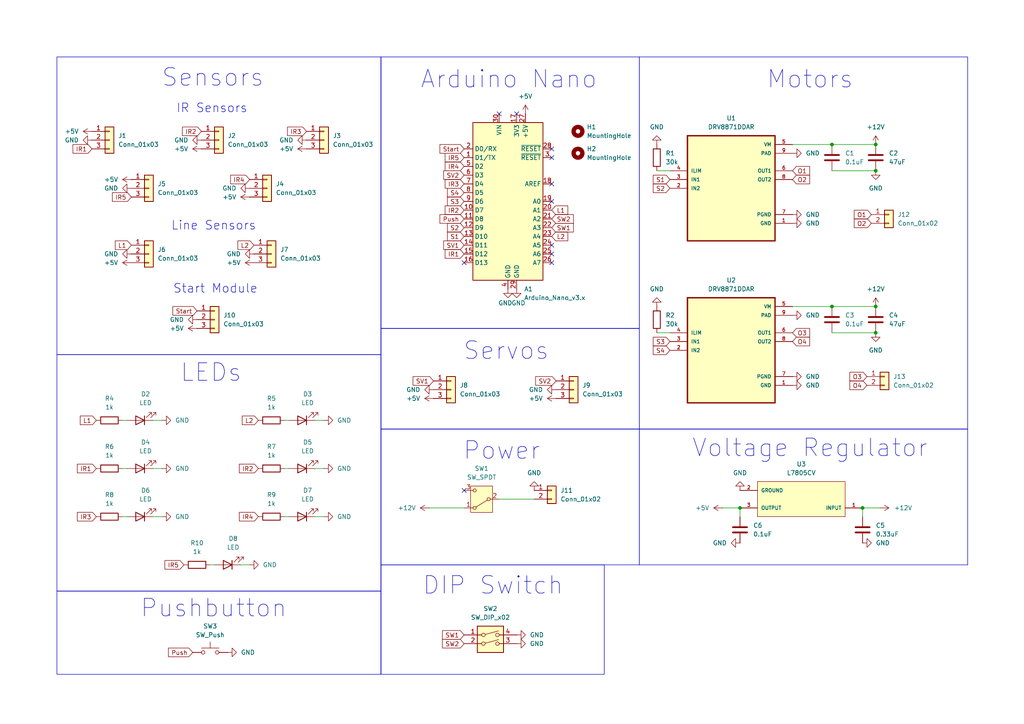
<source format=kicad_sch>
(kicad_sch (version 20250114) (generator "eeschema") (generator_version "9.0")
  (paper "A4")
  (lib_symbols
    (symbol "Connector_Generic:Conn_01x02" (pin_names (offset 1.016) (hide yes))
      (property "Reference" "J" (at 0 2.54 0))
      (property "Value" "Conn_01x02" (at 0 -5.08 0))
      (symbol "Conn_01x02_1_1"
        (rectangle (start -1.27 1.27) (end 1.27 -3.81) (stroke (width 0.254)) (fill (type background)))
        (rectangle (start -1.27 0.127) (end 0 -0.127) (stroke (width 0.1524)))
        (rectangle (start -1.27 -2.413) (end 0 -2.667) (stroke (width 0.1524)))
        (pin passive line (at -5.08 0 0) (length 3.81) (name "Pin_1") (number "1"))
        (pin passive line (at -5.08 -2.54 0) (length 3.81) (name "Pin_2") (number "2"))
      )
    )
    (symbol "Connector_Generic:Conn_01x03" (pin_names (offset 1.016) (hide yes))
      (property "Reference" "J" (at 0 5.08 0))
      (property "Value" "Conn_01x03" (at 0 -5.08 0))
      (symbol "Conn_01x03_1_1"
        (rectangle (start -1.27 3.81) (end 1.27 -3.81) (stroke (width 0.254)) (fill (type background)))
        (rectangle (start -1.27 2.667) (end 0 2.413) (stroke (width 0.1524)))
        (rectangle (start -1.27 0.127) (end 0 -0.127) (stroke (width 0.1524)))
        (rectangle (start -1.27 -2.413) (end 0 -2.667) (stroke (width 0.1524)))
        (pin passive line (at -5.08 2.54 0) (length 3.81) (name "Pin_1") (number "1"))
        (pin passive line (at -5.08 0 0) (length 3.81) (name "Pin_2") (number "2"))
        (pin passive line (at -5.08 -2.54 0) (length 3.81) (name "Pin_3") (number "3"))
      )
    )
    (symbol "Device:C" (pin_numbers (hide yes)) (pin_names (offset 0.254))
      (property "Reference" "C" (at 0.635 2.54 0))
      (property "Value" "C" (at 0.635 -2.54 0))
      (symbol "C_0_1"
        (polyline (pts (xy -2.032 0.762) (xy 2.032 0.762)) (stroke (width 0.508)))
        (polyline (pts (xy -2.032 -0.762) (xy 2.032 -0.762)) (stroke (width 0.508)))
      )
      (symbol "C_1_1"
        (pin passive line (at 0 3.81 270) (length 2.794) (name "~") (number "1"))
        (pin passive line (at 0 -3.81 90) (length 2.794) (name "~") (number "2"))
      )
    )
    (symbol "Device:LED" (pin_numbers (hide yes)) (pin_names (offset 1.016) (hide yes))
      (property "Reference" "D" (at 0 2.54 0))
      (property "Value" "LED" (at 0 -2.54 0))
      (symbol "LED_0_1"
        (polyline (pts (xy -3.048 -0.762) (xy -4.572 -2.286) (xy -3.81 -2.286) (xy -4.572 -2.286) (xy -4.572 -1.524)))
        (polyline (pts (xy -1.778 -0.762) (xy -3.302 -2.286) (xy -2.54 -2.286) (xy -3.302 -2.286) (xy -3.302 -1.524)))
        (polyline (pts (xy -1.27 0) (xy 1.27 0)))
        (polyline (pts (xy -1.27 -1.27) (xy -1.27 1.27)) (stroke (width 0.254)))
        (polyline (pts (xy 1.27 -1.27) (xy 1.27 1.27) (xy -1.27 0) (xy 1.27 -1.27)) (stroke (width 0.254)))
      )
      (symbol "LED_1_1"
        (pin passive line (at -3.81 0 0) (length 2.54) (name "K") (number "1"))
        (pin passive line (at 3.81 0 180) (length 2.54) (name "A") (number "2"))
      )
    )
    (symbol "Device:R" (pin_numbers (hide yes)) (pin_names (offset 0))
      (property "Reference" "R" (at 2.032 0 90))
      (property "Value" "R" (at 0 0 90))
      (symbol "R_0_1"
        (rectangle (start -1.016 -2.54) (end 1.016 2.54) (stroke (width 0.254)))
      )
      (symbol "R_1_1"
        (pin passive line (at 0 3.81 270) (length 1.27) (name "~") (number "1"))
        (pin passive line (at 0 -3.81 90) (length 1.27) (name "~") (number "2"))
      )
    )
    (symbol "MCU_Module:Arduino_Nano_v3.x"
      (property "Reference" "A" (at -10.16 23.495 0))
      (property "Value" "Arduino_Nano_v3.x" (at 5.08 -24.13 0))
      (symbol "Arduino_Nano_v3.x_0_1"
        (rectangle (start -10.16 22.86) (end 10.16 -22.86) (stroke (width 0.254)) (fill (type background)))
      )
      (symbol "Arduino_Nano_v3.x_1_1"
        (pin bidirectional line (at -12.7 15.24 0) (length 2.54) (name "D0/RX") (number "2"))
        (pin bidirectional line (at -12.7 12.7 0) (length 2.54) (name "D1/TX") (number "1"))
        (pin bidirectional line (at -12.7 10.16 0) (length 2.54) (name "D2") (number "5"))
        (pin bidirectional line (at -12.7 7.62 0) (length 2.54) (name "D3") (number "6"))
        (pin bidirectional line (at -12.7 5.08 0) (length 2.54) (name "D4") (number "7"))
        (pin bidirectional line (at -12.7 2.54 0) (length 2.54) (name "D5") (number "8"))
        (pin bidirectional line (at -12.7 0 0) (length 2.54) (name "D6") (number "9"))
        (pin bidirectional line (at -12.7 -2.54 0) (length 2.54) (name "D7") (number "10"))
        (pin bidirectional line (at -12.7 -5.08 0) (length 2.54) (name "D8") (number "11"))
        (pin bidirectional line (at -12.7 -7.62 0) (length 2.54) (name "D9") (number "12"))
        (pin bidirectional line (at -12.7 -10.16 0) (length 2.54) (name "D10") (number "13"))
        (pin bidirectional line (at -12.7 -12.7 0) (length 2.54) (name "D11") (number "14"))
        (pin bidirectional line (at -12.7 -15.24 0) (length 2.54) (name "D12") (number "15"))
        (pin bidirectional line (at -12.7 -17.78 0) (length 2.54) (name "D13") (number "16"))
        (pin power_in line (at -2.54 25.4 270) (length 2.54) (name "VIN") (number "30"))
        (pin power_in line (at 0 -25.4 90) (length 2.54) (name "GND") (number "4"))
        (pin power_out line (at 2.54 25.4 270) (length 2.54) (name "3V3") (number "17"))
        (pin power_in line (at 2.54 -25.4 90) (length 2.54) (name "GND") (number "29"))
        (pin power_out line (at 5.08 25.4 270) (length 2.54) (name "+5V") (number "27"))
        (pin input line (at 12.7 15.24 180) (length 2.54) (name "~{RESET}") (number "28"))
        (pin input line (at 12.7 12.7 180) (length 2.54) (name "~{RESET}") (number "3"))
        (pin input line (at 12.7 5.08 180) (length 2.54) (name "AREF") (number "18"))
        (pin bidirectional line (at 12.7 0 180) (length 2.54) (name "A0") (number "19"))
        (pin bidirectional line (at 12.7 -2.54 180) (length 2.54) (name "A1") (number "20"))
        (pin bidirectional line (at 12.7 -5.08 180) (length 2.54) (name "A2") (number "21"))
        (pin bidirectional line (at 12.7 -7.62 180) (length 2.54) (name "A3") (number "22"))
        (pin bidirectional line (at 12.7 -10.16 180) (length 2.54) (name "A4") (number "23"))
        (pin bidirectional line (at 12.7 -12.7 180) (length 2.54) (name "A5") (number "24"))
        (pin bidirectional line (at 12.7 -15.24 180) (length 2.54) (name "A6") (number "25"))
        (pin bidirectional line (at 12.7 -17.78 180) (length 2.54) (name "A7") (number "26"))
      )
    )
    (symbol "Mechanical:MountingHole" (pin_names (offset 1.016)) (in_bom no)
      (property "Reference" "H" (at 0 5.08 0))
      (property "Value" "MountingHole" (at 0 3.175 0))
      (symbol "MountingHole_0_1"
        (circle (center 0 0) (radius 1.27) (stroke (width 1.27)))
      )
    )
    (symbol "Slippi:DRV8871DDAR" (pin_names (offset 1.016))
      (property "Reference" "U" (at -12.7 16.24 0))
      (property "Value" "DRV8871DDAR" (at -12.7 -19.24 0))
      (symbol "DRV8871DDAR_0_0"
        (rectangle (start -12.7 -15.24) (end 12.7 15.24) (stroke (width 0.41)) (fill (type background)))
        (pin input line (at -17.78 5.08 0) (length 5.08) (name "ILIM") (number "4"))
        (pin input line (at -17.78 2.54 0) (length 5.08) (name "IN1") (number "3"))
        (pin input line (at -17.78 0 0) (length 5.08) (name "IN2") (number "2"))
        (pin power_in line (at 17.78 12.7 180) (length 5.08) (name "VM") (number "5"))
        (pin power_in line (at 17.78 10.16 180) (length 5.08) (name "PAD") (number "9"))
        (pin output line (at 17.78 5.08 180) (length 5.08) (name "OUT1") (number "6"))
        (pin output line (at 17.78 2.54 180) (length 5.08) (name "OUT2") (number "8"))
        (pin power_in line (at 17.78 -7.62 180) (length 5.08) (name "PGND") (number "7"))
        (pin power_in line (at 17.78 -10.16 180) (length 5.08) (name "GND") (number "1"))
      )
    )
    (symbol "Slippi:L7805CV" (pin_names (offset 1.016))
      (property "Reference" "U" (at -12.7 5.842 0))
      (property "Value" "L7805CV" (at -12.7 -7.62 0))
      (symbol "L7805CV_0_0"
        (rectangle (start -12.7 -5.08) (end 12.7 5.08) (stroke (width 0.1524)) (fill (type background)))
        (pin input line (at -17.78 2.54 0) (length 5.08) (name "INPUT") (number "1"))
        (pin output line (at 17.78 2.54 180) (length 5.08) (name "OUTPUT") (number "3"))
        (pin power_in line (at 17.78 -2.54 180) (length 5.08) (name "GROUND") (number "2"))
      )
    )
    (symbol "Switch:SW_DIP_x02" (pin_names (offset 0) (hide yes))
      (property "Reference" "SW" (at 0 6.35 0))
      (property "Value" "SW_DIP_x02" (at 0 -3.81 0))
      (symbol "SW_DIP_x02_0_0"
        (circle (center -2.032 2.54) (radius 0.508))
        (circle (center -2.032 0) (radius 0.508))
        (polyline (pts (xy -1.524 2.667) (xy 2.3622 3.7084)))
        (polyline (pts (xy -1.524 0.127) (xy 2.3622 1.1684)))
        (circle (center 2.032 2.54) (radius 0.508))
        (circle (center 2.032 0) (radius 0.508))
      )
      (symbol "SW_DIP_x02_0_1"
        (rectangle (start -3.81 5.08) (end 3.81 -2.54) (stroke (width 0.254)) (fill (type background)))
      )
      (symbol "SW_DIP_x02_1_1"
        (pin passive line (at -7.62 2.54 0) (length 5.08) (name "~") (number "1"))
        (pin passive line (at -7.62 0 0) (length 5.08) (name "~") (number "2"))
        (pin passive line (at 7.62 2.54 180) (length 5.08) (name "~") (number "4"))
        (pin passive line (at 7.62 0 180) (length 5.08) (name "~") (number "3"))
      )
    )
    (symbol "Switch:SW_Push" (pin_numbers (hide yes)) (pin_names (offset 1.016) (hide yes))
      (property "Reference" "SW" (at 1.27 2.54 0))
      (property "Value" "SW_Push" (at 0 -1.524 0))
      (symbol "SW_Push_0_1"
        (circle (center -2.032 0) (radius 0.508))
        (polyline (pts (xy 0 1.27) (xy 0 3.048)))
        (circle (center 2.032 0) (radius 0.508))
        (polyline (pts (xy 2.54 1.27) (xy -2.54 1.27)))
        (pin passive line (at -5.08 0 0) (length 2.54) (name "1") (number "1"))
        (pin passive line (at 5.08 0 180) (length 2.54) (name "2") (number "2"))
      )
    )
    (symbol "Switch:SW_SPDT" (pin_names (offset 0) (hide yes))
      (property "Reference" "SW" (at 0 5.08 0))
      (property "Value" "SW_SPDT" (at 0 -5.08 0))
      (symbol "SW_SPDT_0_1"
        (circle (center -2.032 0) (radius 0.4572))
        (polyline (pts (xy -1.651 0.254) (xy 1.651 2.286)))
        (circle (center 2.032 2.54) (radius 0.4572))
        (circle (center 2.032 -2.54) (radius 0.4572))
      )
      (symbol "SW_SPDT_1_1"
        (rectangle (start -3.175 3.81) (end 3.175 -3.81) (fill (type background)))
        (pin passive line (at -5.08 0 0) (length 2.54) (name "B") (number "2"))
        (pin passive line (at 5.08 2.54 180) (length 2.54) (name "A") (number "1"))
        (pin passive line (at 5.08 -2.54 180) (length 2.54) (name "C") (number "3"))
      )
    )
    (symbol "power:+12V" (power) (pin_numbers (hide yes)) (pin_names (offset 0) (hide yes))
      (property "Value" "+12V" (at 0 3.556 0))
      (symbol "+12V_0_1"
        (polyline (pts (xy -0.762 1.27) (xy 0 2.54)))
        (polyline (pts (xy 0 2.54) (xy 0.762 1.27)))
        (polyline (pts (xy 0 0) (xy 0 2.54)))
      )
      (symbol "+12V_1_1"
        (pin power_in line (at 0 0 90) (length 0) (name "~") (number "1"))
      )
    )
    (symbol "power:+5V" (power) (pin_numbers (hide yes)) (pin_names (offset 0) (hide yes))
      (property "Value" "+5V" (at 0 3.556 0))
      (symbol "+5V_0_1"
        (polyline (pts (xy -0.762 1.27) (xy 0 2.54)))
        (polyline (pts (xy 0 2.54) (xy 0.762 1.27)))
        (polyline (pts (xy 0 0) (xy 0 2.54)))
      )
      (symbol "+5V_1_1"
        (pin power_in line (at 0 0 90) (length 0) (name "~") (number "1"))
      )
    )
    (symbol "power:GND" (power) (pin_numbers (hide yes)) (pin_names (offset 0) (hide yes))
      (property "Value" "GND" (at 0 -3.81 0))
      (symbol "GND_0_1"
        (polyline (pts (xy 0 0) (xy 0 -1.27) (xy 1.27 -1.27) (xy 0 -2.54) (xy -1.27 -1.27) (xy 0 -1.27)))
      )
      (symbol "GND_1_1"
        (pin power_in line (at 0 0 270) (length 0) (name "~") (number "1"))
      )
    )
  )
  (rectangle (start 110.49 16.51) (end 185.42 95.25))
  (rectangle (start 16.51 16.51) (end 110.49 102.87))
  (rectangle (start 110.49 95.25) (end 185.42 124.46))
  (rectangle (start 185.42 16.51) (end 280.67 124.46))
  (rectangle (start 16.51 102.87) (end 110.49 171.45))
  (rectangle (start 185.42 124.46) (end 280.67 163.83))
  (rectangle (start 110.49 163.83) (end 175.26 195.58))
  (rectangle (start 16.51 171.45) (end 110.49 195.58))
  (rectangle (start 110.49 124.46) (end 185.42 163.83))
  (text "Pushbutton" (at 61.976 176.53 0) (effects (font (size 5.08 5.08))))
  (text "Power" (at 145.542 130.81 0) (effects (font (size 5.08 5.08))))
  (text "Line Sensors" (at 61.976 65.532 0) (effects (font (size 2.54 2.54))))
  (text "Arduino Nano" (at 147.574 23.114 0) (effects (font (size 5.08 5.08))))
  (text "Servos" (at 146.812 101.854 0) (effects (font (size 5.08 5.08))))
  (text "Motors" (at 234.95 23.114 0) (effects (font (size 5.08 5.08))))
  (text "Sensors" (at 61.722 22.606 0) (effects (font (size 5.08 5.08))))
  (text "IR Sensors" (at 61.468 31.496 0) (effects (font (size 2.54 2.54))))
  (text "Voltage Regulator" (at 234.95 130.048 0) (effects (font (size 5.08 5.08))))
  (text "DIP Switch\n" (at 143.002 169.926 0) (effects (font (size 5.08 5.08))))
  (text "Start Module\n" (at 62.484 83.82 0) (effects (font (size 2.54 2.54))))
  (text "LEDs" (at 61.214 108.204 0) (effects (font (size 5.08 5.08))))
  (junction (at 250.19 147.32))
  (junction (at 241.3 41.91))
  (junction (at 254 41.91))
  (junction (at 254 96.52))
  (junction (at 241.3 88.9))
  (junction (at 254 49.53))
  (junction (at 214.63 147.32))
  (junction (at 254 88.9))
  (no_connect (at 160.02 45.72))
  (no_connect (at 160.02 58.42))
  (no_connect (at 160.02 53.34))
  (no_connect (at 160.02 73.66))
  (no_connect (at 160.02 71.12))
  (no_connect (at 134.62 76.2))
  (no_connect (at 149.86 33.02))
  (no_connect (at 134.62 142.24))
  (no_connect (at 160.02 43.18))
  (no_connect (at 144.78 33.02))
  (no_connect (at 160.02 76.2))
  (wire (pts (xy 190.5 49.53) (xy 194.31 49.53)))
  (wire (pts (xy 144.78 144.78) (xy 154.94 144.78)))
  (wire (pts (xy 124.46 147.32) (xy 134.62 147.32)))
  (wire (pts (xy 241.3 49.53) (xy 254 49.53)))
  (wire (pts (xy 214.63 147.32) (xy 214.63 149.86)))
  (wire (pts (xy 241.3 41.91) (xy 254 41.91)))
  (wire (pts (xy 229.87 88.9) (xy 241.3 88.9)))
  (wire (pts (xy 60.96 163.83) (xy 62.23 163.83)))
  (wire (pts (xy 255.27 147.32) (xy 250.19 147.32)))
  (wire (pts (xy 190.5 96.52) (xy 194.31 96.52)))
  (wire (pts (xy 44.45 149.86) (xy 46.99 149.86)))
  (wire (pts (xy 82.55 149.86) (xy 83.82 149.86)))
  (wire (pts (xy 35.56 135.89) (xy 36.83 135.89)))
  (wire (pts (xy 35.56 121.92) (xy 36.83 121.92)))
  (wire (pts (xy 250.19 147.32) (xy 250.19 149.86)))
  (wire (pts (xy 69.85 163.83) (xy 72.39 163.83)))
  (wire (pts (xy 209.55 147.32) (xy 214.63 147.32)))
  (wire (pts (xy 91.44 121.92) (xy 93.98 121.92)))
  (wire (pts (xy 82.55 121.92) (xy 83.82 121.92)))
  (wire (pts (xy 82.55 135.89) (xy 83.82 135.89)))
  (wire (pts (xy 229.87 41.91) (xy 241.3 41.91)))
  (wire (pts (xy 44.45 135.89) (xy 46.99 135.89)))
  (wire (pts (xy 241.3 96.52) (xy 254 96.52)))
  (wire (pts (xy 91.44 135.89) (xy 93.98 135.89)))
  (wire (pts (xy 241.3 88.9) (xy 254 88.9)))
  (wire (pts (xy 35.56 149.86) (xy 36.83 149.86)))
  (wire (pts (xy 44.45 121.92) (xy 46.99 121.92)))
  (wire (pts (xy 91.44 149.86) (xy 93.98 149.86)))
  (global_label "L2" (shape input) (at 73.66 71.12 180) (property "Intersheetrefs" "${INTERSHEET_REFS}" (effects (hide yes))))
  (global_label "O2" (shape input) (at 229.87 52.07 0) (property "Intersheetrefs" "${INTERSHEET_REFS}" (effects (hide yes))))
  (global_label "O1" (shape input) (at 229.87 49.53 0) (property "Intersheetrefs" "${INTERSHEET_REFS}" (effects (hide yes))))
  (global_label "S1" (shape input) (at 134.62 68.58 180) (property "Intersheetrefs" "${INTERSHEET_REFS}" (effects (hide yes))))
  (global_label "L2" (shape input) (at 160.02 68.58 0) (property "Intersheetrefs" "${INTERSHEET_REFS}" (effects (hide yes))))
  (global_label "IR3" (shape input) (at 88.9 38.1 180) (property "Intersheetrefs" "${INTERSHEET_REFS}" (effects (hide yes))))
  (global_label "IR1" (shape input) (at 134.62 73.66 180) (property "Intersheetrefs" "${INTERSHEET_REFS}" (effects (hide yes))))
  (global_label "L1" (shape input) (at 38.1 71.12 180) (property "Intersheetrefs" "${INTERSHEET_REFS}" (effects (hide yes))))
  (global_label "IR5" (shape input) (at 38.1 57.15 180) (property "Intersheetrefs" "${INTERSHEET_REFS}" (effects (hide yes))))
  (global_label "S1" (shape input) (at 194.31 52.07 180) (property "Intersheetrefs" "${INTERSHEET_REFS}" (effects (hide yes))))
  (global_label "SV2" (shape input) (at 134.62 50.8 180) (property "Intersheetrefs" "${INTERSHEET_REFS}" (effects (hide yes))))
  (global_label "SW2" (shape input) (at 160.02 63.5 0) (property "Intersheetrefs" "${INTERSHEET_REFS}" (effects (hide yes))))
  (global_label "S2" (shape input) (at 134.62 66.04 180) (property "Intersheetrefs" "${INTERSHEET_REFS}" (effects (hide yes))))
  (global_label "IR4" (shape input) (at 74.93 149.86 180) (property "Intersheetrefs" "${INTERSHEET_REFS}" (effects (hide yes))))
  (global_label "IR3" (shape input) (at 134.62 53.34 180) (property "Intersheetrefs" "${INTERSHEET_REFS}" (effects (hide yes))))
  (global_label "SV1" (shape input) (at 134.62 71.12 180) (property "Intersheetrefs" "${INTERSHEET_REFS}" (effects (hide yes))))
  (global_label "S4" (shape input) (at 194.31 101.6 180) (property "Intersheetrefs" "${INTERSHEET_REFS}" (effects (hide yes))))
  (global_label "O3" (shape input) (at 229.87 96.52 0) (property "Intersheetrefs" "${INTERSHEET_REFS}" (effects (hide yes))))
  (global_label "IR5" (shape input) (at 134.62 45.72 180) (property "Intersheetrefs" "${INTERSHEET_REFS}" (effects (hide yes))))
  (global_label "L2" (shape input) (at 74.93 121.92 180) (property "Intersheetrefs" "${INTERSHEET_REFS}" (effects (hide yes))))
  (global_label "S3" (shape input) (at 134.62 58.42 180) (property "Intersheetrefs" "${INTERSHEET_REFS}" (effects (hide yes))))
  (global_label "SW1" (shape input) (at 160.02 66.04 0) (property "Intersheetrefs" "${INTERSHEET_REFS}" (effects (hide yes))))
  (global_label "IR1" (shape input) (at 27.94 135.89 180) (property "Intersheetrefs" "${INTERSHEET_REFS}" (effects (hide yes))))
  (global_label "O2" (shape input) (at 252.73 64.77 180) (property "Intersheetrefs" "${INTERSHEET_REFS}" (effects (hide yes))))
  (global_label "Push" (shape input) (at 134.62 63.5 180) (property "Intersheetrefs" "${INTERSHEET_REFS}" (effects (hide yes))))
  (global_label "Push" (shape input) (at 55.88 189.23 180) (property "Intersheetrefs" "${INTERSHEET_REFS}" (effects (hide yes))))
  (global_label "IR2" (shape input) (at 74.93 135.89 180) (property "Intersheetrefs" "${INTERSHEET_REFS}" (effects (hide yes))))
  (global_label "Start" (shape input) (at 57.15 90.17 180) (property "Intersheetrefs" "${INTERSHEET_REFS}" (effects (hide yes))))
  (global_label "IR2" (shape input) (at 134.62 60.96 180) (property "Intersheetrefs" "${INTERSHEET_REFS}" (effects (hide yes))))
  (global_label "O3" (shape input) (at 251.46 109.22 180) (property "Intersheetrefs" "${INTERSHEET_REFS}" (effects (hide yes))))
  (global_label "SW1" (shape input) (at 134.62 184.15 180) (property "Intersheetrefs" "${INTERSHEET_REFS}" (effects (hide yes))))
  (global_label "SW2" (shape input) (at 134.62 186.69 180) (property "Intersheetrefs" "${INTERSHEET_REFS}" (effects (hide yes))))
  (global_label "O4" (shape input) (at 229.87 99.06 0) (property "Intersheetrefs" "${INTERSHEET_REFS}" (effects (hide yes))))
  (global_label "IR2" (shape input) (at 58.42 38.1 180) (property "Intersheetrefs" "${INTERSHEET_REFS}" (effects (hide yes))))
  (global_label "SV1" (shape input) (at 125.73 110.49 180) (property "Intersheetrefs" "${INTERSHEET_REFS}" (effects (hide yes))))
  (global_label "L1" (shape input) (at 160.02 60.96 0) (property "Intersheetrefs" "${INTERSHEET_REFS}" (effects (hide yes))))
  (global_label "S4" (shape input) (at 134.62 55.88 180) (property "Intersheetrefs" "${INTERSHEET_REFS}" (effects (hide yes))))
  (global_label "SV2" (shape input) (at 161.29 110.49 180) (property "Intersheetrefs" "${INTERSHEET_REFS}" (effects (hide yes))))
  (global_label "O1" (shape input) (at 252.73 62.23 180) (property "Intersheetrefs" "${INTERSHEET_REFS}" (effects (hide yes))))
  (global_label "IR4" (shape input) (at 134.62 48.26 180) (property "Intersheetrefs" "${INTERSHEET_REFS}" (effects (hide yes))))
  (global_label "IR1" (shape input) (at 26.67 43.18 180) (property "Intersheetrefs" "${INTERSHEET_REFS}" (effects (hide yes))))
  (global_label "O4" (shape input) (at 251.46 111.76 180) (property "Intersheetrefs" "${INTERSHEET_REFS}" (effects (hide yes))))
  (global_label "S2" (shape input) (at 194.31 54.61 180) (property "Intersheetrefs" "${INTERSHEET_REFS}" (effects (hide yes))))
  (global_label "IR5" (shape input) (at 53.34 163.83 180) (property "Intersheetrefs" "${INTERSHEET_REFS}" (effects (hide yes))))
  (global_label "IR3" (shape input) (at 27.94 149.86 180) (property "Intersheetrefs" "${INTERSHEET_REFS}" (effects (hide yes))))
  (global_label "IR4" (shape input) (at 72.39 52.07 180) (property "Intersheetrefs" "${INTERSHEET_REFS}" (effects (hide yes))))
  (global_label "L1" (shape input) (at 27.94 121.92 180) (property "Intersheetrefs" "${INTERSHEET_REFS}" (effects (hide yes))))
  (global_label "Start" (shape input) (at 134.62 43.18 180) (property "Intersheetrefs" "${INTERSHEET_REFS}" (effects (hide yes))))
  (global_label "S3" (shape input) (at 194.31 99.06 180) (property "Intersheetrefs" "${INTERSHEET_REFS}" (effects (hide yes))))
  (symbol (lib_id "power:GND") (at 254 49.53 0) (unit 1)
    (property "Reference" "#PWR022" (effects (hide yes)))
    (property "Value" "GND" (at 254 54.61 0))
    (property "Description" "Power symbol creates a global label with name \"GND\" , ground" (effects (hide yes)))
  )
  (symbol (lib_id "power:+5V") (at 125.73 115.57 90) (mirror x) (unit 1)
    (property "Reference" "#PWR015" (effects (hide yes)))
    (property "Value" "+5V" (at 121.92 115.5701 90) (effects (justify left)))
    (property "Description" "Power symbol creates a global label with name \"+5V\"" (effects (hide yes)))
  )
  (symbol (lib_id "power:+5V") (at 72.39 57.15 90) (mirror x) (unit 1)
    (property "Reference" "#PWR07" (effects (hide yes)))
    (property "Value" "+5V" (at 68.58 57.1501 90) (effects (justify left)))
    (property "Description" "Power symbol creates a global label with name \"+5V\"" (effects (hide yes)))
  )
  (symbol (lib_id "power:GND") (at 57.15 92.71 270) (mirror x) (unit 1)
    (property "Reference" "#PWR032" (effects (hide yes)))
    (property "Value" "GND" (at 53.34 92.7101 90) (effects (justify right)))
    (property "Description" "Power symbol creates a global label with name \"GND\" , ground" (effects (hide yes)))
  )
  (symbol (lib_id "Connector_Generic:Conn_01x02") (at 257.81 62.23 0) (unit 1)
    (property "Reference" "J12" (at 260.35 62.2299 0) (effects (justify left)))
    (property "Value" "Conn_01x02" (at 260.35 64.7699 0) (effects (justify left)))
    (property "Footprint" "TerminalBlock:TerminalBlock_Xinya_XY308-2.54-2P_1x02_P2.54mm_Horizontal" (effects (hide yes)))
    (property "Description" "Generic connector, single row, 01x02, script generated (kicad-library-utils/schlib/autogen/connector/)" (effects (hide yes)))
  )
  (symbol (lib_id "power:+12V") (at 124.46 147.32 90) (unit 1)
    (property "Reference" "#PWR033" (effects (hide yes)))
    (property "Value" "+12V" (at 120.65 147.3199 90) (effects (justify left)))
    (property "Description" "Power symbol creates a global label with name \"+12V\"" (effects (hide yes)))
  )
  (symbol (lib_id "power:GND") (at 147.32 83.82 0) (unit 1)
    (property "Reference" "#PWR042" (effects (hide yes)))
    (property "Value" "GND" (at 146.558 87.884 0))
    (property "Description" "Power symbol creates a global label with name \"GND\" , ground" (effects (hide yes)))
  )
  (symbol (lib_id "power:GND") (at 66.04 189.23 90) (unit 1)
    (property "Reference" "#PWR054" (effects (hide yes)))
    (property "Value" "GND" (at 69.85 189.2299 90) (effects (justify right)))
    (property "Description" "Power symbol creates a global label with name \"GND\" , ground" (effects (hide yes)))
  )
  (symbol (lib_id "power:GND") (at 125.73 113.03 270) (mirror x) (unit 1)
    (property "Reference" "#PWR016" (effects (hide yes)))
    (property "Value" "GND" (at 121.92 113.0301 90) (effects (justify right)))
    (property "Description" "Power symbol creates a global label with name \"GND\" , ground" (effects (hide yes)))
  )
  (symbol (lib_id "power:GND") (at 93.98 121.92 90) (unit 1)
    (property "Reference" "#PWR044" (effects (hide yes)))
    (property "Value" "GND" (at 97.79 121.9199 90) (effects (justify right)))
    (property "Description" "Power symbol creates a global label with name \"GND\" , ground" (effects (hide yes)))
  )
  (symbol (lib_id "Device:C") (at 250.19 153.67 0) (unit 1)
    (property "Reference" "C5" (at 254 152.3999 0) (effects (justify left)))
    (property "Value" "0.33uF" (at 254 154.9399 0) (effects (justify left)))
    (property "Footprint" "Capacitor_SMD:C_0603_1608Metric" (effects (hide yes)))
    (property "Description" "Unpolarized capacitor" (effects (hide yes)))
  )
  (symbol (lib_id "power:GND") (at 88.9 40.64 270) (mirror x) (unit 1)
    (property "Reference" "#PWR06" (effects (hide yes)))
    (property "Value" "GND" (at 85.09 40.6401 90) (effects (justify right)))
    (property "Description" "Power symbol creates a global label with name \"GND\" , ground" (effects (hide yes)))
  )
  (symbol (lib_id "power:+5V") (at 38.1 52.07 90) (unit 1)
    (property "Reference" "#PWR09" (effects (hide yes)))
    (property "Value" "+5V" (at 34.29 52.0699 90) (effects (justify left)))
    (property "Description" "Power symbol creates a global label with name \"+5V\"" (effects (hide yes)))
  )
  (symbol (lib_id "Connector_Generic:Conn_01x03") (at 63.5 40.64 0) (unit 1)
    (property "Reference" "J2" (at 66.04 39.3699 0) (effects (justify left)))
    (property "Value" "Conn_01x03" (at 66.04 41.9099 0) (effects (justify left)))
    (property "Footprint" "TerminalBlock:TerminalBlock_Xinya_XY308-2.54-3P_1x03_P2.54mm_Horizontal" (effects (hide yes)))
    (property "Description" "Generic connector, single row, 01x03, script generated (kicad-library-utils/schlib/autogen/connector/)" (effects (hide yes)))
  )
  (symbol (lib_id "Switch:SW_Push") (at 60.96 189.23 0) (unit 1)
    (property "Reference" "SW3" (at 60.96 181.61 0))
    (property "Value" "SW_Push" (at 60.96 184.15 0))
    (property "Footprint" "Button_Switch_THT:SW_PUSH_6mm" (effects (hide yes)))
    (property "Description" "Push button switch, generic, two pins" (effects (hide yes)))
  )
  (symbol (lib_id "power:GND") (at 161.29 113.03 270) (mirror x) (unit 1)
    (property "Reference" "#PWR018" (effects (hide yes)))
    (property "Value" "GND" (at 157.48 113.0301 90) (effects (justify right)))
    (property "Description" "Power symbol creates a global label with name \"GND\" , ground" (effects (hide yes)))
  )
  (symbol (lib_id "Device:R") (at 57.15 163.83 90) (unit 1)
    (property "Reference" "R10" (at 57.15 157.48 90))
    (property "Value" "1k" (at 57.15 160.02 90))
    (property "Footprint" "Resistor_SMD:R_0603_1608Metric" (effects (hide yes)))
    (property "Description" "Resistor" (effects (hide yes)))
  )
  (symbol (lib_id "power:GND") (at 254 96.52 0) (unit 1)
    (property "Reference" "#PWR030" (effects (hide yes)))
    (property "Value" "GND" (at 254 101.6 0))
    (property "Description" "Power symbol creates a global label with name \"GND\" , ground" (effects (hide yes)))
  )
  (symbol (lib_id "power:GND") (at 46.99 135.89 90) (unit 1)
    (property "Reference" "#PWR046" (effects (hide yes)))
    (property "Value" "GND" (at 50.8 135.8899 90) (effects (justify right)))
    (property "Description" "Power symbol creates a global label with name \"GND\" , ground" (effects (hide yes)))
  )
  (symbol (lib_id "Connector_Generic:Conn_01x02") (at 256.54 109.22 0) (unit 1)
    (property "Reference" "J13" (at 259.08 109.2199 0) (effects (justify left)))
    (property "Value" "Conn_01x02" (at 259.08 111.7599 0) (effects (justify left)))
    (property "Footprint" "TerminalBlock:TerminalBlock_Xinya_XY308-2.54-2P_1x02_P2.54mm_Horizontal" (effects (hide yes)))
    (property "Description" "Generic connector, single row, 01x02, script generated (kicad-library-utils/schlib/autogen/connector/)" (effects (hide yes)))
  )
  (symbol (lib_id "Device:LED") (at 40.64 121.92 180) (unit 1)
    (property "Reference" "D2" (at 42.2275 114.3 0))
    (property "Value" "LED" (at 42.2275 116.84 0))
    (property "Footprint" "LED_SMD:LED_0603_1608Metric" (effects (hide yes)))
    (property "Description" "Light emitting diode" (effects (hide yes)))
    (property "Sim.Pins" "1=K 2=A" (effects (hide yes)))
  )
  (symbol (lib_id "Device:R") (at 31.75 121.92 90) (unit 1)
    (property "Reference" "R4" (at 31.75 115.57 90))
    (property "Value" "1k" (at 31.75 118.11 90))
    (property "Footprint" "Resistor_SMD:R_0603_1608Metric" (effects (hide yes)))
    (property "Description" "Resistor" (effects (hide yes)))
  )
  (symbol (lib_id "power:GND") (at 190.5 88.9 180) (unit 1)
    (property "Reference" "#PWR025" (effects (hide yes)))
    (property "Value" "GND" (at 190.5 83.82 0))
    (property "Description" "Power symbol creates a global label with name \"GND\" , ground" (effects (hide yes)))
  )
  (symbol (lib_id "Connector_Generic:Conn_01x03") (at 78.74 73.66 0) (unit 1)
    (property "Reference" "J7" (at 81.28 72.3899 0) (effects (justify left)))
    (property "Value" "Conn_01x03" (at 81.28 74.9299 0) (effects (justify left)))
    (property "Footprint" "TerminalBlock:TerminalBlock_Xinya_XY308-2.54-3P_1x03_P2.54mm_Horizontal" (effects (hide yes)))
    (property "Description" "Generic connector, single row, 01x03, script generated (kicad-library-utils/schlib/autogen/connector/)" (effects (hide yes)))
  )
  (symbol (lib_id "power:GND") (at 93.98 149.86 90) (unit 1)
    (property "Reference" "#PWR049" (effects (hide yes)))
    (property "Value" "GND" (at 97.79 149.8599 90) (effects (justify right)))
    (property "Description" "Power symbol creates a global label with name \"GND\" , ground" (effects (hide yes)))
  )
  (symbol (lib_id "Device:LED") (at 87.63 149.86 180) (unit 1)
    (property "Reference" "D7" (at 89.2175 142.24 0))
    (property "Value" "LED" (at 89.2175 144.78 0))
    (property "Footprint" "LED_SMD:LED_0603_1608Metric" (effects (hide yes)))
    (property "Description" "Light emitting diode" (effects (hide yes)))
    (property "Sim.Pins" "1=K 2=A" (effects (hide yes)))
  )
  (symbol (lib_id "power:+5V") (at 57.15 95.25 90) (mirror x) (unit 1)
    (property "Reference" "#PWR031" (effects (hide yes)))
    (property "Value" "+5V" (at 53.34 95.2501 90) (effects (justify left)))
    (property "Description" "Power symbol creates a global label with name \"+5V\"" (effects (hide yes)))
  )
  (symbol (lib_id "power:GND") (at 190.5 41.91 180) (unit 1)
    (property "Reference" "#PWR024" (effects (hide yes)))
    (property "Value" "GND" (at 190.5 36.83 0))
    (property "Description" "Power symbol creates a global label with name \"GND\" , ground" (effects (hide yes)))
  )
  (symbol (lib_id "Connector_Generic:Conn_01x03") (at 130.81 113.03 0) (unit 1)
    (property "Reference" "J8" (at 133.35 111.7599 0) (effects (justify left)))
    (property "Value" "Conn_01x03" (at 133.35 114.2999 0) (effects (justify left)))
    (property "Footprint" "TerminalBlock:TerminalBlock_Xinya_XY308-2.54-3P_1x03_P2.54mm_Horizontal" (effects (hide yes)))
    (property "Description" "Generic connector, single row, 01x03, script generated (kicad-library-utils/schlib/autogen/connector/)" (effects (hide yes)))
  )
  (symbol (lib_id "Connector_Generic:Conn_01x03") (at 62.23 92.71 0) (unit 1)
    (property "Reference" "J10" (at 64.77 91.4399 0) (effects (justify left)))
    (property "Value" "Conn_01x03" (at 64.77 93.9799 0) (effects (justify left)))
    (property "Footprint" "Connector_PinHeader_2.54mm:PinHeader_1x03_P2.54mm_Vertical" (effects (hide yes)))
    (property "Description" "Generic connector, single row, 01x03, script generated (kicad-library-utils/schlib/autogen/connector/)" (effects (hide yes)))
  )
  (symbol (lib_id "power:GND") (at 149.86 186.69 90) (unit 1)
    (property "Reference" "#PWR052" (effects (hide yes)))
    (property "Value" "GND" (at 153.67 186.6899 90) (effects (justify right)))
    (property "Description" "Power symbol creates a global label with name \"GND\" , ground" (effects (hide yes)))
  )
  (symbol (lib_id "Connector_Generic:Conn_01x03") (at 166.37 113.03 0) (unit 1)
    (property "Reference" "J9" (at 168.91 111.7599 0) (effects (justify left)))
    (property "Value" "Conn_01x03" (at 168.91 114.2999 0) (effects (justify left)))
    (property "Footprint" "TerminalBlock:TerminalBlock_Xinya_XY308-2.54-3P_1x03_P2.54mm_Horizontal" (effects (hide yes)))
    (property "Description" "Generic connector, single row, 01x03, script generated (kicad-library-utils/schlib/autogen/connector/)" (effects (hide yes)))
  )
  (symbol (lib_id "power:GND") (at 229.87 111.76 90) (unit 1)
    (property "Reference" "#PWR028" (effects (hide yes)))
    (property "Value" "GND" (at 233.68 111.7599 90) (effects (justify right)))
    (property "Description" "Power symbol creates a global label with name \"GND\" , ground" (effects (hide yes)))
  )
  (symbol (lib_id "power:GND") (at 229.87 64.77 90) (unit 1)
    (property "Reference" "#PWR020" (effects (hide yes)))
    (property "Value" "GND" (at 233.68 64.7699 90) (effects (justify right)))
    (property "Description" "Power symbol creates a global label with name \"GND\" , ground" (effects (hide yes)))
  )
  (symbol (lib_id "Mechanical:MountingHole") (at 167.64 44.45 0) (unit 1) (in_bom no)
    (property "Reference" "H2" (at 170.18 43.1799 0) (effects (justify left)))
    (property "Value" "MountingHole" (at 170.18 45.7199 0) (effects (justify left)))
    (property "Footprint" "MountingHole:MountingHole_2.7mm_M2.5" (effects (hide yes)))
    (property "Description" "Mounting Hole without connection" (effects (hide yes)))
  )
  (symbol (lib_id "power:+5V") (at 161.29 115.57 90) (mirror x) (unit 1)
    (property "Reference" "#PWR017" (effects (hide yes)))
    (property "Value" "+5V" (at 157.48 115.5701 90) (effects (justify left)))
    (property "Description" "Power symbol creates a global label with name \"+5V\"" (effects (hide yes)))
  )
  (symbol (lib_id "Slippi:L7805CV") (at 232.41 144.78 180) (unit 1)
    (property "Reference" "U3" (at 232.41 134.62 0))
    (property "Value" "L7805CV" (at 232.41 137.16 0))
    (property "Footprint" "Feet_Pics:TO255P1040X460X1968-3" (effects (hide yes)))
    (property "PARTREV" "36" (effects (hide yes)))
    (property "STANDARD" "IPC-7351B" (effects (hide yes)))
    (property "MANUFACTURER" "STMicroelectronics" (effects (hide yes)))
  )
  (symbol (lib_id "MCU_Module:Arduino_Nano_v3.x") (at 147.32 58.42 0) (unit 1)
    (property "Reference" "A1" (at 152.0033 83.82 0) (effects (justify left)))
    (property "Value" "Arduino_Nano_v3.x" (at 152.0033 86.36 0) (effects (justify left)))
    (property "Footprint" "Module:Arduino_Nano" (effects (hide yes)))
    (property "Datasheet" "http://www.mouser.com/pdfdocs/Gravitech_Arduino_Nano3_0.pdf" (effects (hide yes)))
    (property "Description" "Arduino Nano v3.x" (effects (hide yes)))
  )
  (symbol (lib_id "Device:LED") (at 87.63 135.89 180) (unit 1)
    (property "Reference" "D5" (at 89.2175 128.27 0))
    (property "Value" "LED" (at 89.2175 130.81 0))
    (property "Footprint" "LED_SMD:LED_0603_1608Metric" (effects (hide yes)))
    (property "Description" "Light emitting diode" (effects (hide yes)))
    (property "Sim.Pins" "1=K 2=A" (effects (hide yes)))
  )
  (symbol (lib_id "power:GND") (at 73.66 73.66 270) (mirror x) (unit 1)
    (property "Reference" "#PWR014" (effects (hide yes)))
    (property "Value" "GND" (at 69.85 73.6601 90) (effects (justify right)))
    (property "Description" "Power symbol creates a global label with name \"GND\" , ground" (effects (hide yes)))
  )
  (symbol (lib_id "Connector_Generic:Conn_01x03") (at 93.98 40.64 0) (unit 1)
    (property "Reference" "J3" (at 96.52 39.3699 0) (effects (justify left)))
    (property "Value" "Conn_01x03" (at 96.52 41.9099 0) (effects (justify left)))
    (property "Footprint" "TerminalBlock:TerminalBlock_Xinya_XY308-2.54-3P_1x03_P2.54mm_Horizontal" (effects (hide yes)))
    (property "Description" "Generic connector, single row, 01x03, script generated (kicad-library-utils/schlib/autogen/connector/)" (effects (hide yes)))
  )
  (symbol (lib_id "power:GND") (at 229.87 44.45 90) (unit 1)
    (property "Reference" "#PWR019" (effects (hide yes)))
    (property "Value" "GND" (at 233.68 44.4499 90) (effects (justify right)))
    (property "Description" "Power symbol creates a global label with name \"GND\" , ground" (effects (hide yes)))
  )
  (symbol (lib_id "power:GND") (at 58.42 40.64 270) (mirror x) (unit 1)
    (property "Reference" "#PWR04" (effects (hide yes)))
    (property "Value" "GND" (at 54.61 40.6401 90) (effects (justify right)))
    (property "Description" "Power symbol creates a global label with name \"GND\" , ground" (effects (hide yes)))
  )
  (symbol (lib_id "Device:C") (at 241.3 45.72 0) (unit 1)
    (property "Reference" "C1" (at 245.11 44.4499 0) (effects (justify left)))
    (property "Value" "0.1uF" (at 245.11 46.9899 0) (effects (justify left)))
    (property "Footprint" "Capacitor_SMD:C_0603_1608Metric" (effects (hide yes)))
    (property "Description" "Unpolarized capacitor" (effects (hide yes)))
  )
  (symbol (lib_id "Device:R") (at 78.74 149.86 90) (unit 1)
    (property "Reference" "R9" (at 78.74 143.51 90))
    (property "Value" "1k" (at 78.74 146.05 90))
    (property "Footprint" "Resistor_SMD:R_0603_1608Metric" (effects (hide yes)))
    (property "Description" "Resistor" (effects (hide yes)))
  )
  (symbol (lib_id "power:GND") (at 229.87 109.22 90) (unit 1)
    (property "Reference" "#PWR027" (effects (hide yes)))
    (property "Value" "GND" (at 233.68 109.2199 90) (effects (justify right)))
    (property "Description" "Power symbol creates a global label with name \"GND\" , ground" (effects (hide yes)))
  )
  (symbol (lib_id "power:GND") (at 26.67 40.64 270) (unit 1)
    (property "Reference" "#PWR02" (effects (hide yes)))
    (property "Value" "GND" (at 22.86 40.6399 90) (effects (justify right)))
    (property "Description" "Power symbol creates a global label with name \"GND\" , ground" (effects (hide yes)))
  )
  (symbol (lib_id "power:GND") (at 154.94 142.24 180) (unit 1)
    (property "Reference" "#PWR040" (effects (hide yes)))
    (property "Value" "GND" (at 154.94 137.16 0))
    (property "Description" "Power symbol creates a global label with name \"GND\" , ground" (effects (hide yes)))
  )
  (symbol (lib_id "Connector_Generic:Conn_01x03") (at 31.75 40.64 0) (unit 1)
    (property "Reference" "J1" (at 34.29 39.3699 0) (effects (justify left)))
    (property "Value" "Conn_01x03" (at 34.29 41.9099 0) (effects (justify left)))
    (property "Footprint" "TerminalBlock:TerminalBlock_Xinya_XY308-2.54-3P_1x03_P2.54mm_Horizontal" (effects (hide yes)))
    (property "Description" "Generic connector, single row, 01x03, script generated (kicad-library-utils/schlib/autogen/connector/)" (effects (hide yes)))
  )
  (symbol (lib_id "power:GND") (at 38.1 54.61 270) (unit 1)
    (property "Reference" "#PWR010" (effects (hide yes)))
    (property "Value" "GND" (at 34.29 54.6099 90) (effects (justify right)))
    (property "Description" "Power symbol creates a global label with name \"GND\" , ground" (effects (hide yes)))
  )
  (symbol (lib_id "power:+5V") (at 209.55 147.32 90) (unit 1)
    (property "Reference" "#PWR038" (effects (hide yes)))
    (property "Value" "+5V" (at 205.74 147.3199 90) (effects (justify left)))
    (property "Description" "Power symbol creates a global label with name \"+5V\"" (effects (hide yes)))
  )
  (symbol (lib_id "power:GND") (at 229.87 91.44 90) (unit 1)
    (property "Reference" "#PWR026" (effects (hide yes)))
    (property "Value" "GND" (at 233.68 91.4399 90) (effects (justify right)))
    (property "Description" "Power symbol creates a global label with name \"GND\" , ground" (effects (hide yes)))
  )
  (symbol (lib_id "power:GND") (at 149.86 83.82 0) (unit 1)
    (property "Reference" "#PWR043" (effects (hide yes)))
    (property "Value" "GND" (at 150.368 87.884 0))
    (property "Description" "Power symbol creates a global label with name \"GND\" , ground" (effects (hide yes)))
  )
  (symbol (lib_id "power:+5V") (at 26.67 38.1 90) (unit 1)
    (property "Reference" "#PWR01" (effects (hide yes)))
    (property "Value" "+5V" (at 22.86 38.0999 90) (effects (justify left)))
    (property "Description" "Power symbol creates a global label with name \"+5V\"" (effects (hide yes)))
  )
  (symbol (lib_id "power:GND") (at 46.99 149.86 90) (unit 1)
    (property "Reference" "#PWR048" (effects (hide yes)))
    (property "Value" "GND" (at 50.8 149.8599 90) (effects (justify right)))
    (property "Description" "Power symbol creates a global label with name \"GND\" , ground" (effects (hide yes)))
  )
  (symbol (lib_id "Device:LED") (at 40.64 135.89 180) (unit 1)
    (property "Reference" "D4" (at 42.2275 128.27 0))
    (property "Value" "LED" (at 42.2275 130.81 0))
    (property "Footprint" "LED_SMD:LED_0603_1608Metric" (effects (hide yes)))
    (property "Description" "Light emitting diode" (effects (hide yes)))
    (property "Sim.Pins" "1=K 2=A" (effects (hide yes)))
  )
  (symbol (lib_id "Connector_Generic:Conn_01x03") (at 43.18 54.61 0) (unit 1)
    (property "Reference" "J5" (at 45.72 53.3399 0) (effects (justify left)))
    (property "Value" "Conn_01x03" (at 45.72 55.8799 0) (effects (justify left)))
    (property "Footprint" "TerminalBlock:TerminalBlock_Xinya_XY308-2.54-3P_1x03_P2.54mm_Horizontal" (effects (hide yes)))
    (property "Description" "Generic connector, single row, 01x03, script generated (kicad-library-utils/schlib/autogen/connector/)" (effects (hide yes)))
  )
  (symbol (lib_id "power:+12V") (at 254 88.9 0) (unit 1)
    (property "Reference" "#PWR029" (effects (hide yes)))
    (property "Value" "+12V" (at 254 83.82 0))
    (property "Description" "Power symbol creates a global label with name \"+12V\"" (effects (hide yes)))
  )
  (symbol (lib_id "Device:R") (at 31.75 149.86 90) (unit 1)
    (property "Reference" "R8" (at 31.75 143.51 90))
    (property "Value" "1k" (at 31.75 146.05 90))
    (property "Footprint" "Resistor_SMD:R_0603_1608Metric" (effects (hide yes)))
    (property "Description" "Resistor" (effects (hide yes)))
  )
  (symbol (lib_id "Device:R") (at 78.74 121.92 90) (unit 1)
    (property "Reference" "R5" (at 78.74 115.57 90))
    (property "Value" "1k" (at 78.74 118.11 90))
    (property "Footprint" "Resistor_SMD:R_0603_1608Metric" (effects (hide yes)))
    (property "Description" "Resistor" (effects (hide yes)))
  )
  (symbol (lib_id "power:+5V") (at 38.1 76.2 90) (mirror x) (unit 1)
    (property "Reference" "#PWR011" (effects (hide yes)))
    (property "Value" "+5V" (at 34.29 76.2001 90) (effects (justify left)))
    (property "Description" "Power symbol creates a global label with name \"+5V\"" (effects (hide yes)))
  )
  (symbol (lib_id "Device:R") (at 31.75 135.89 90) (unit 1)
    (property "Reference" "R6" (at 31.75 129.54 90))
    (property "Value" "1k" (at 31.75 132.08 90))
    (property "Footprint" "Resistor_SMD:R_0603_1608Metric" (effects (hide yes)))
    (property "Description" "Resistor" (effects (hide yes)))
  )
  (symbol (lib_id "Device:R") (at 190.5 92.71 0) (unit 1)
    (property "Reference" "R2" (at 193.04 91.4399 0) (effects (justify left)))
    (property "Value" "30k" (at 193.04 93.9799 0) (effects (justify left)))
    (property "Footprint" "Resistor_SMD:R_0603_1608Metric" (effects (hide yes)))
    (property "Description" "Resistor" (effects (hide yes)))
  )
  (symbol (lib_id "Connector_Generic:Conn_01x03") (at 43.18 73.66 0) (unit 1)
    (property "Reference" "J6" (at 45.72 72.3899 0) (effects (justify left)))
    (property "Value" "Conn_01x03" (at 45.72 74.9299 0) (effects (justify left)))
    (property "Footprint" "TerminalBlock:TerminalBlock_Xinya_XY308-2.54-3P_1x03_P2.54mm_Horizontal" (effects (hide yes)))
    (property "Description" "Generic connector, single row, 01x03, script generated (kicad-library-utils/schlib/autogen/connector/)" (effects (hide yes)))
  )
  (symbol (lib_id "Device:C") (at 214.63 153.67 0) (unit 1)
    (property "Reference" "C6" (at 218.44 152.3999 0) (effects (justify left)))
    (property "Value" "0.1uF" (at 218.44 154.9399 0) (effects (justify left)))
    (property "Footprint" "Capacitor_SMD:C_0603_1608Metric" (effects (hide yes)))
    (property "Description" "Unpolarized capacitor" (effects (hide yes)))
  )
  (symbol (lib_id "Slippi:DRV8871DDAR") (at 212.09 54.61 0) (unit 1)
    (property "Reference" "U1" (at 212.09 34.29 0))
    (property "Value" "DRV8871DDAR" (at 212.09 36.83 0))
    (property "Footprint" "Feet_Pics:DRV8871" (effects (hide yes)))
  )
  (symbol (lib_id "Device:C") (at 241.3 92.71 0) (unit 1)
    (property "Reference" "C3" (at 245.11 91.4399 0) (effects (justify left)))
    (property "Value" "0.1uF" (at 245.11 93.9799 0) (effects (justify left)))
    (property "Footprint" "Capacitor_SMD:C_0603_1608Metric" (effects (hide yes)))
    (property "Description" "Unpolarized capacitor" (effects (hide yes)))
  )
  (symbol (lib_id "Device:C") (at 254 92.71 0) (unit 1)
    (property "Reference" "C4" (at 257.81 91.4399 0) (effects (justify left)))
    (property "Value" "47uF" (at 257.81 93.9799 0) (effects (justify left)))
    (property "Footprint" "Capacitor_SMD:C_0603_1608Metric" (effects (hide yes)))
    (property "Description" "Unpolarized capacitor" (effects (hide yes)))
  )
  (symbol (lib_id "Device:R") (at 190.5 45.72 0) (unit 1)
    (property "Reference" "R1" (at 193.04 44.4499 0) (effects (justify left)))
    (property "Value" "30k" (at 193.04 46.9899 0) (effects (justify left)))
    (property "Footprint" "Resistor_SMD:R_0603_1608Metric" (effects (hide yes)))
    (property "Description" "Resistor" (effects (hide yes)))
  )
  (symbol (lib_id "power:+5V") (at 152.4 33.02 0) (unit 1)
    (property "Reference" "#PWR045" (effects (hide yes)))
    (property "Value" "+5V" (at 152.4 27.94 0))
    (property "Description" "Power symbol creates a global label with name \"+5V\"" (effects (hide yes)))
  )
  (symbol (lib_id "power:GND") (at 250.19 157.48 90) (unit 1)
    (property "Reference" "#PWR035" (effects (hide yes)))
    (property "Value" "GND" (at 254 157.4799 90) (effects (justify right)))
    (property "Description" "Power symbol creates a global label with name \"GND\" , ground" (effects (hide yes)))
  )
  (symbol (lib_id "Device:LED") (at 66.04 163.83 180) (unit 1)
    (property "Reference" "D8" (at 67.6275 156.21 0))
    (property "Value" "LED" (at 67.6275 158.75 0))
    (property "Footprint" "LED_SMD:LED_0603_1608Metric" (effects (hide yes)))
    (property "Description" "Light emitting diode" (effects (hide yes)))
    (property "Sim.Pins" "1=K 2=A" (effects (hide yes)))
  )
  (symbol (lib_id "Device:R") (at 78.74 135.89 90) (unit 1)
    (property "Reference" "R7" (at 78.74 129.54 90))
    (property "Value" "1k" (at 78.74 132.08 90))
    (property "Footprint" "Resistor_SMD:R_0603_1608Metric" (effects (hide yes)))
    (property "Description" "Resistor" (effects (hide yes)))
  )
  (symbol (lib_id "Connector_Generic:Conn_01x03") (at 77.47 54.61 0) (unit 1)
    (property "Reference" "J4" (at 80.01 53.3399 0) (effects (justify left)))
    (property "Value" "Conn_01x03" (at 80.01 55.8799 0) (effects (justify left)))
    (property "Footprint" "TerminalBlock:TerminalBlock_Xinya_XY308-2.54-3P_1x03_P2.54mm_Horizontal" (effects (hide yes)))
    (property "Description" "Generic connector, single row, 01x03, script generated (kicad-library-utils/schlib/autogen/connector/)" (effects (hide yes)))
  )
  (symbol (lib_id "power:GND") (at 72.39 54.61 270) (mirror x) (unit 1)
    (property "Reference" "#PWR08" (effects (hide yes)))
    (property "Value" "GND" (at 68.58 54.6101 90) (effects (justify right)))
    (property "Description" "Power symbol creates a global label with name \"GND\" , ground" (effects (hide yes)))
  )
  (symbol (lib_id "Connector_Generic:Conn_01x02") (at 160.02 142.24 0) (unit 1)
    (property "Reference" "J11" (at 162.56 142.2399 0) (effects (justify left)))
    (property "Value" "Conn_01x02" (at 162.56 144.7799 0) (effects (justify left)))
    (property "Footprint" "Connector_AMASS:AMASS_XT30UPB-M_1x02_P5.0mm_Vertical" (effects (hide yes)))
    (property "Description" "Generic connector, single row, 01x02, script generated (kicad-library-utils/schlib/autogen/connector/)" (effects (hide yes)))
  )
  (symbol (lib_id "Switch:SW_SPDT") (at 139.7 144.78 180) (unit 1)
    (property "Reference" "SW1" (at 139.7 135.89 0))
    (property "Value" "SW_SPDT" (at 139.7 138.43 0))
    (property "Footprint" "Feet_Pics:SW_1101M2S3CQE2" (effects (hide yes)))
    (property "Description" "Switch, single pole double throw" (effects (hide yes)))
  )
  (symbol (lib_id "power:+5V") (at 88.9 43.18 90) (mirror x) (unit 1)
    (property "Reference" "#PWR05" (effects (hide yes)))
    (property "Value" "+5V" (at 85.09 43.1801 90) (effects (justify left)))
    (property "Description" "Power symbol creates a global label with name \"+5V\"" (effects (hide yes)))
  )
  (symbol (lib_id "Mechanical:MountingHole") (at 167.64 38.1 0) (unit 1) (in_bom no)
    (property "Reference" "H1" (at 170.18 36.8299 0) (effects (justify left)))
    (property "Value" "MountingHole" (at 170.18 39.3699 0) (effects (justify left)))
    (property "Footprint" "MountingHole:MountingHole_2.7mm_M2.5" (effects (hide yes)))
    (property "Description" "Mounting Hole without connection" (effects (hide yes)))
  )
  (symbol (lib_id "Device:LED") (at 87.63 121.92 180) (unit 1)
    (property "Reference" "D3" (at 89.2175 114.3 0))
    (property "Value" "LED" (at 89.2175 116.84 0))
    (property "Footprint" "LED_SMD:LED_0603_1608Metric" (effects (hide yes)))
    (property "Description" "Light emitting diode" (effects (hide yes)))
    (property "Sim.Pins" "1=K 2=A" (effects (hide yes)))
  )
  (symbol (lib_id "Device:C") (at 254 45.72 0) (unit 1)
    (property "Reference" "C2" (at 257.81 44.4499 0) (effects (justify left)))
    (property "Value" "47uF" (at 257.81 46.9899 0) (effects (justify left)))
    (property "Footprint" "Capacitor_SMD:C_0603_1608Metric" (effects (hide yes)))
    (property "Description" "Unpolarized capacitor" (effects (hide yes)))
  )
  (symbol (lib_id "power:GND") (at 214.63 157.48 270) (unit 1)
    (property "Reference" "#PWR036" (effects (hide yes)))
    (property "Value" "GND" (at 210.82 157.4799 90) (effects (justify right)))
    (property "Description" "Power symbol creates a global label with name \"GND\" , ground" (effects (hide yes)))
  )
  (symbol (lib_id "power:GND") (at 38.1 73.66 270) (mirror x) (unit 1)
    (property "Reference" "#PWR012" (effects (hide yes)))
    (property "Value" "GND" (at 34.29 73.6601 90) (effects (justify right)))
    (property "Description" "Power symbol creates a global label with name \"GND\" , ground" (effects (hide yes)))
  )
  (symbol (lib_id "power:+12V") (at 255.27 147.32 270) (unit 1)
    (property "Reference" "#PWR041" (effects (hide yes)))
    (property "Value" "+12V" (at 259.2985 147.3199 90) (effects (justify left)))
    (property "Description" "Power symbol creates a global label with name \"+12V\"" (effects (hide yes)))
  )
  (symbol (lib_id "power:GND") (at 149.86 184.15 90) (unit 1)
    (property "Reference" "#PWR051" (effects (hide yes)))
    (property "Value" "GND" (at 153.67 184.1499 90) (effects (justify right)))
    (property "Description" "Power symbol creates a global label with name \"GND\" , ground" (effects (hide yes)))
  )
  (symbol (lib_id "Switch:SW_DIP_x02") (at 142.24 186.69 0) (unit 1)
    (property "Reference" "SW2" (at 142.24 176.53 0))
    (property "Value" "SW_DIP_x02" (at 142.24 179.07 0))
    (property "Footprint" "Button_Switch_THT:SW_DIP_SPSTx02_Slide_9.78x7.26mm_W7.62mm_P2.54mm" (effects (hide yes)))
    (property "Description" "2x DIP Switch, Single Pole Single Throw (SPST) switch, small symbol" (effects (hide yes)))
  )
  (symbol (lib_id "power:GND") (at 214.63 142.24 180) (unit 1)
    (property "Reference" "#PWR037" (effects (hide yes)))
    (property "Value" "GND" (at 214.63 137.16 0))
    (property "Description" "Power symbol creates a global label with name \"GND\" , ground" (effects (hide yes)))
  )
  (symbol (lib_id "Slippi:DRV8871DDAR") (at 212.09 101.6 0) (unit 1)
    (property "Reference" "U2" (at 212.09 81.28 0))
    (property "Value" "DRV8871DDAR" (at 212.09 83.82 0))
    (property "Footprint" "Feet_Pics:DRV8871" (effects (hide yes)))
  )
  (symbol (lib_id "power:GND") (at 93.98 135.89 90) (unit 1)
    (property "Reference" "#PWR047" (effects (hide yes)))
    (property "Value" "GND" (at 97.79 135.8899 90) (effects (justify right)))
    (property "Description" "Power symbol creates a global label with name \"GND\" , ground" (effects (hide yes)))
  )
  (symbol (lib_id "Device:LED") (at 40.64 149.86 180) (unit 1)
    (property "Reference" "D6" (at 42.2275 142.24 0))
    (property "Value" "LED" (at 42.2275 144.78 0))
    (property "Footprint" "LED_SMD:LED_0603_1608Metric" (effects (hide yes)))
    (property "Description" "Light emitting diode" (effects (hide yes)))
    (property "Sim.Pins" "1=K 2=A" (effects (hide yes)))
  )
  (symbol (lib_id "power:GND") (at 229.87 62.23 90) (unit 1)
    (property "Reference" "#PWR021" (effects (hide yes)))
    (property "Value" "GND" (at 233.68 62.2299 90) (effects (justify right)))
    (property "Description" "Power symbol creates a global label with name \"GND\" , ground" (effects (hide yes)))
  )
  (symbol (lib_id "power:GND") (at 46.99 121.92 90) (unit 1)
    (property "Reference" "#PWR039" (effects (hide yes)))
    (property "Value" "GND" (at 50.8 121.9199 90) (effects (justify right)))
    (property "Description" "Power symbol creates a global label with name \"GND\" , ground" (effects (hide yes)))
  )
  (symbol (lib_id "power:GND") (at 72.39 163.83 90) (unit 1)
    (property "Reference" "#PWR050" (effects (hide yes)))
    (property "Value" "GND" (at 76.2 163.8299 90) (effects (justify right)))
    (property "Description" "Power symbol creates a global label with name \"GND\" , ground" (effects (hide yes)))
  )
  (symbol (lib_id "power:+5V") (at 73.66 76.2 90) (mirror x) (unit 1)
    (property "Reference" "#PWR013" (effects (hide yes)))
    (property "Value" "+5V" (at 69.85 76.2001 90) (effects (justify left)))
    (property "Description" "Power symbol creates a global label with name \"+5V\"" (effects (hide yes)))
  )
  (symbol (lib_id "power:+5V") (at 58.42 43.18 90) (mirror x) (unit 1)
    (property "Reference" "#PWR03" (effects (hide yes)))
    (property "Value" "+5V" (at 54.61 43.1801 90) (effects (justify left)))
    (property "Description" "Power symbol creates a global label with name \"+5V\"" (effects (hide yes)))
  )
  (symbol (lib_id "power:+12V") (at 254 41.91 0) (unit 1)
    (property "Reference" "#PWR023" (effects (hide yes)))
    (property "Value" "+12V" (at 254 36.83 0))
    (property "Description" "Power symbol creates a global label with name \"+12V\"" (effects (hide yes)))
  )
)
</source>
